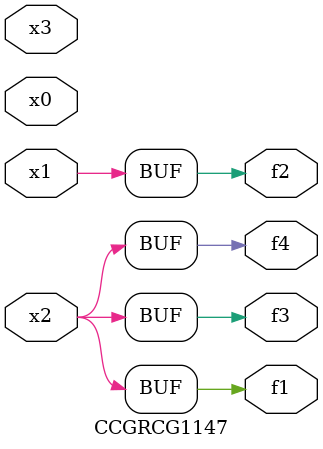
<source format=v>
module CCGRCG1147(
	input x0, x1, x2, x3,
	output f1, f2, f3, f4
);
	assign f1 = x2;
	assign f2 = x1;
	assign f3 = x2;
	assign f4 = x2;
endmodule

</source>
